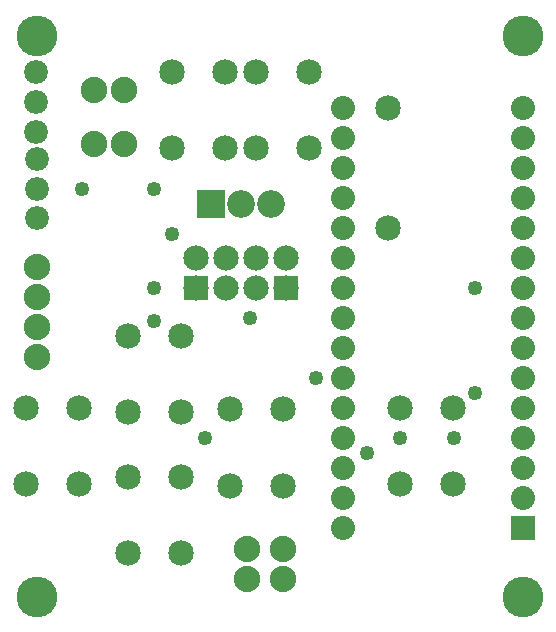
<source format=gbs>
G04 MADE WITH FRITZING*
G04 WWW.FRITZING.ORG*
G04 DOUBLE SIDED*
G04 HOLES PLATED*
G04 CONTOUR ON CENTER OF CONTOUR VECTOR*
%ASAXBY*%
%FSLAX23Y23*%
%MOIN*%
%OFA0B0*%
%SFA1.0B1.0*%
%ADD10C,0.088000*%
%ADD11C,0.085000*%
%ADD12C,0.092000*%
%ADD13C,0.079444*%
%ADD14C,0.080000*%
%ADD15C,0.084472*%
%ADD16C,0.049370*%
%ADD17C,0.135984*%
%ADD18R,0.092000X0.092000*%
%ADD19R,0.079972X0.080000*%
%ADD20R,0.084472X0.084108*%
%LNMASK0*%
G90*
G70*
G54D10*
X797Y248D03*
X797Y148D03*
X917Y248D03*
X917Y148D03*
G54D11*
X238Y462D03*
X238Y718D03*
X61Y462D03*
X61Y718D03*
X238Y462D03*
X238Y718D03*
X61Y462D03*
X61Y718D03*
X400Y958D03*
X400Y702D03*
X577Y958D03*
X577Y702D03*
X400Y958D03*
X400Y702D03*
X577Y958D03*
X577Y702D03*
X400Y488D03*
X400Y232D03*
X577Y488D03*
X577Y232D03*
X400Y488D03*
X400Y232D03*
X577Y488D03*
X577Y232D03*
X740Y714D03*
X740Y458D03*
X917Y714D03*
X917Y458D03*
X740Y714D03*
X740Y458D03*
X917Y714D03*
X917Y458D03*
X1485Y462D03*
X1485Y718D03*
X1307Y462D03*
X1307Y718D03*
X1485Y462D03*
X1485Y718D03*
X1307Y462D03*
X1307Y718D03*
G54D12*
X676Y1398D03*
X776Y1398D03*
X876Y1398D03*
G54D13*
X97Y1548D03*
X97Y1448D03*
X97Y1349D03*
X94Y1836D03*
X94Y1736D03*
X94Y1636D03*
G54D14*
X1717Y318D03*
X1717Y418D03*
X1717Y518D03*
X1717Y618D03*
X1717Y718D03*
X1717Y818D03*
X1717Y918D03*
X1717Y1018D03*
X1717Y1118D03*
X1717Y1218D03*
X1717Y1318D03*
X1717Y1418D03*
X1717Y1518D03*
X1717Y1618D03*
X1717Y1718D03*
X1117Y318D03*
X1117Y418D03*
X1117Y518D03*
X1117Y618D03*
X1117Y718D03*
X1117Y818D03*
X1117Y918D03*
X1117Y1018D03*
X1117Y1118D03*
X1117Y1218D03*
X1117Y1318D03*
X1117Y1418D03*
X1117Y1518D03*
X1117Y1618D03*
X1117Y1718D03*
G54D11*
X1267Y1718D03*
X1267Y1318D03*
X725Y1582D03*
X725Y1838D03*
X547Y1582D03*
X547Y1838D03*
X725Y1582D03*
X725Y1838D03*
X547Y1582D03*
X547Y1838D03*
X1005Y1582D03*
X1005Y1838D03*
X827Y1582D03*
X827Y1838D03*
X1005Y1582D03*
X1005Y1838D03*
X827Y1582D03*
X827Y1838D03*
G54D15*
X928Y1118D03*
X928Y1218D03*
X827Y1118D03*
X827Y1218D03*
X727Y1118D03*
X727Y1218D03*
X626Y1118D03*
X626Y1218D03*
G54D10*
X287Y1598D03*
X387Y1598D03*
X287Y1778D03*
X387Y1778D03*
X97Y888D03*
X97Y988D03*
X97Y1088D03*
X97Y1188D03*
G54D16*
X547Y1298D03*
X1027Y818D03*
X1197Y568D03*
X1557Y768D03*
X1557Y1118D03*
X487Y1448D03*
X247Y1448D03*
X657Y618D03*
G54D17*
X1717Y88D03*
X1717Y1958D03*
X97Y1958D03*
X97Y88D03*
G54D16*
X487Y1008D03*
X1307Y618D03*
X1487Y618D03*
X487Y1118D03*
X807Y1018D03*
G54D18*
X676Y1398D03*
G54D19*
X1717Y318D03*
G54D20*
X928Y1118D03*
X626Y1118D03*
G04 End of Mask0*
M02*
</source>
